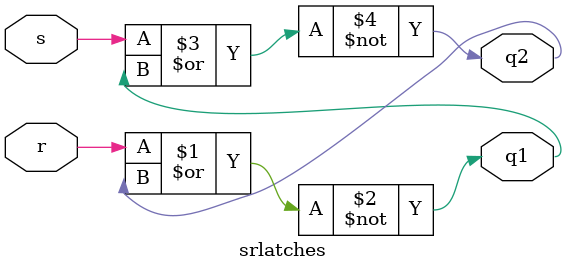
<source format=v>
`timescale 1ns / 1ps

module srlatches(s,r,q1,q2);
input s,r;
output q1,q2;

nor(q1,r,q2);
nor(q2,s,q1);
endmodule

</source>
